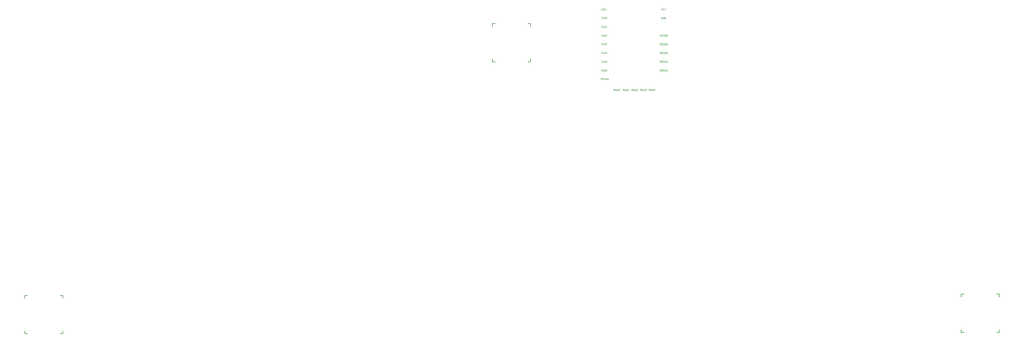
<source format=gbr>
G04 #@! TF.GenerationSoftware,KiCad,Pcbnew,7.0.9*
G04 #@! TF.CreationDate,2024-04-06T13:59:54+09:00*
G04 #@! TF.ProjectId,avain,61766169-6e2e-46b6-9963-61645f706362,rev?*
G04 #@! TF.SameCoordinates,Original*
G04 #@! TF.FileFunction,Legend,Top*
G04 #@! TF.FilePolarity,Positive*
%FSLAX46Y46*%
G04 Gerber Fmt 4.6, Leading zero omitted, Abs format (unit mm)*
G04 Created by KiCad (PCBNEW 7.0.9) date 2024-04-06 13:59:54*
%MOMM*%
%LPD*%
G01*
G04 APERTURE LIST*
%ADD10C,0.100000*%
%ADD11C,0.150000*%
G04 APERTURE END LIST*
D10*
X209234649Y-41433622D02*
X209067983Y-41195527D01*
X208948935Y-41433622D02*
X208948935Y-40933622D01*
X208948935Y-40933622D02*
X209139411Y-40933622D01*
X209139411Y-40933622D02*
X209187030Y-40957432D01*
X209187030Y-40957432D02*
X209210840Y-40981241D01*
X209210840Y-40981241D02*
X209234649Y-41028860D01*
X209234649Y-41028860D02*
X209234649Y-41100289D01*
X209234649Y-41100289D02*
X209210840Y-41147908D01*
X209210840Y-41147908D02*
X209187030Y-41171717D01*
X209187030Y-41171717D02*
X209139411Y-41195527D01*
X209139411Y-41195527D02*
X208948935Y-41195527D01*
X209520364Y-41433622D02*
X209472745Y-41409813D01*
X209472745Y-41409813D02*
X209448935Y-41386003D01*
X209448935Y-41386003D02*
X209425126Y-41338384D01*
X209425126Y-41338384D02*
X209425126Y-41195527D01*
X209425126Y-41195527D02*
X209448935Y-41147908D01*
X209448935Y-41147908D02*
X209472745Y-41124098D01*
X209472745Y-41124098D02*
X209520364Y-41100289D01*
X209520364Y-41100289D02*
X209591792Y-41100289D01*
X209591792Y-41100289D02*
X209639411Y-41124098D01*
X209639411Y-41124098D02*
X209663221Y-41147908D01*
X209663221Y-41147908D02*
X209687030Y-41195527D01*
X209687030Y-41195527D02*
X209687030Y-41338384D01*
X209687030Y-41338384D02*
X209663221Y-41386003D01*
X209663221Y-41386003D02*
X209639411Y-41409813D01*
X209639411Y-41409813D02*
X209591792Y-41433622D01*
X209591792Y-41433622D02*
X209520364Y-41433622D01*
X209853697Y-41100289D02*
X209948935Y-41433622D01*
X209948935Y-41433622D02*
X210044173Y-41195527D01*
X210044173Y-41195527D02*
X210139411Y-41433622D01*
X210139411Y-41433622D02*
X210234649Y-41100289D01*
X210377507Y-40933622D02*
X210687031Y-40933622D01*
X210687031Y-40933622D02*
X210520364Y-41124098D01*
X210520364Y-41124098D02*
X210591793Y-41124098D01*
X210591793Y-41124098D02*
X210639412Y-41147908D01*
X210639412Y-41147908D02*
X210663221Y-41171717D01*
X210663221Y-41171717D02*
X210687031Y-41219336D01*
X210687031Y-41219336D02*
X210687031Y-41338384D01*
X210687031Y-41338384D02*
X210663221Y-41386003D01*
X210663221Y-41386003D02*
X210639412Y-41409813D01*
X210639412Y-41409813D02*
X210591793Y-41433622D01*
X210591793Y-41433622D02*
X210448936Y-41433622D01*
X210448936Y-41433622D02*
X210401317Y-41409813D01*
X210401317Y-41409813D02*
X210377507Y-41386003D01*
X214980532Y-25600616D02*
X214813866Y-25362521D01*
X214694818Y-25600616D02*
X214694818Y-25100616D01*
X214694818Y-25100616D02*
X214885294Y-25100616D01*
X214885294Y-25100616D02*
X214932913Y-25124426D01*
X214932913Y-25124426D02*
X214956723Y-25148235D01*
X214956723Y-25148235D02*
X214980532Y-25195854D01*
X214980532Y-25195854D02*
X214980532Y-25267283D01*
X214980532Y-25267283D02*
X214956723Y-25314902D01*
X214956723Y-25314902D02*
X214932913Y-25338711D01*
X214932913Y-25338711D02*
X214885294Y-25362521D01*
X214885294Y-25362521D02*
X214694818Y-25362521D01*
X215194818Y-25338711D02*
X215361485Y-25338711D01*
X215432913Y-25600616D02*
X215194818Y-25600616D01*
X215194818Y-25600616D02*
X215194818Y-25100616D01*
X215194818Y-25100616D02*
X215432913Y-25100616D01*
X215742437Y-25100616D02*
X215790056Y-25100616D01*
X215790056Y-25100616D02*
X215837675Y-25124426D01*
X215837675Y-25124426D02*
X215861485Y-25148235D01*
X215861485Y-25148235D02*
X215885294Y-25195854D01*
X215885294Y-25195854D02*
X215909104Y-25291092D01*
X215909104Y-25291092D02*
X215909104Y-25410140D01*
X215909104Y-25410140D02*
X215885294Y-25505378D01*
X215885294Y-25505378D02*
X215861485Y-25552997D01*
X215861485Y-25552997D02*
X215837675Y-25576807D01*
X215837675Y-25576807D02*
X215790056Y-25600616D01*
X215790056Y-25600616D02*
X215742437Y-25600616D01*
X215742437Y-25600616D02*
X215694818Y-25576807D01*
X215694818Y-25576807D02*
X215671009Y-25552997D01*
X215671009Y-25552997D02*
X215647199Y-25505378D01*
X215647199Y-25505378D02*
X215623390Y-25410140D01*
X215623390Y-25410140D02*
X215623390Y-25291092D01*
X215623390Y-25291092D02*
X215647199Y-25195854D01*
X215647199Y-25195854D02*
X215671009Y-25148235D01*
X215671009Y-25148235D02*
X215694818Y-25124426D01*
X215694818Y-25124426D02*
X215742437Y-25100616D01*
X216075770Y-25100616D02*
X216385294Y-25100616D01*
X216385294Y-25100616D02*
X216218627Y-25291092D01*
X216218627Y-25291092D02*
X216290056Y-25291092D01*
X216290056Y-25291092D02*
X216337675Y-25314902D01*
X216337675Y-25314902D02*
X216361484Y-25338711D01*
X216361484Y-25338711D02*
X216385294Y-25386330D01*
X216385294Y-25386330D02*
X216385294Y-25505378D01*
X216385294Y-25505378D02*
X216361484Y-25552997D01*
X216361484Y-25552997D02*
X216337675Y-25576807D01*
X216337675Y-25576807D02*
X216290056Y-25600616D01*
X216290056Y-25600616D02*
X216147199Y-25600616D01*
X216147199Y-25600616D02*
X216099580Y-25576807D01*
X216099580Y-25576807D02*
X216075770Y-25552997D01*
X216599579Y-25600616D02*
X216599579Y-25100616D01*
X216599579Y-25291092D02*
X216647198Y-25267283D01*
X216647198Y-25267283D02*
X216742436Y-25267283D01*
X216742436Y-25267283D02*
X216790055Y-25291092D01*
X216790055Y-25291092D02*
X216813865Y-25314902D01*
X216813865Y-25314902D02*
X216837674Y-25362521D01*
X216837674Y-25362521D02*
X216837674Y-25505378D01*
X216837674Y-25505378D02*
X216813865Y-25552997D01*
X216813865Y-25552997D02*
X216790055Y-25576807D01*
X216790055Y-25576807D02*
X216742436Y-25600616D01*
X216742436Y-25600616D02*
X216647198Y-25600616D01*
X216647198Y-25600616D02*
X216599579Y-25576807D01*
X214969242Y-28152056D02*
X214802576Y-27913961D01*
X214683528Y-28152056D02*
X214683528Y-27652056D01*
X214683528Y-27652056D02*
X214874004Y-27652056D01*
X214874004Y-27652056D02*
X214921623Y-27675866D01*
X214921623Y-27675866D02*
X214945433Y-27699675D01*
X214945433Y-27699675D02*
X214969242Y-27747294D01*
X214969242Y-27747294D02*
X214969242Y-27818723D01*
X214969242Y-27818723D02*
X214945433Y-27866342D01*
X214945433Y-27866342D02*
X214921623Y-27890151D01*
X214921623Y-27890151D02*
X214874004Y-27913961D01*
X214874004Y-27913961D02*
X214683528Y-27913961D01*
X215183528Y-27890151D02*
X215350195Y-27890151D01*
X215421623Y-28152056D02*
X215183528Y-28152056D01*
X215183528Y-28152056D02*
X215183528Y-27652056D01*
X215183528Y-27652056D02*
X215421623Y-27652056D01*
X215731147Y-27652056D02*
X215778766Y-27652056D01*
X215778766Y-27652056D02*
X215826385Y-27675866D01*
X215826385Y-27675866D02*
X215850195Y-27699675D01*
X215850195Y-27699675D02*
X215874004Y-27747294D01*
X215874004Y-27747294D02*
X215897814Y-27842532D01*
X215897814Y-27842532D02*
X215897814Y-27961580D01*
X215897814Y-27961580D02*
X215874004Y-28056818D01*
X215874004Y-28056818D02*
X215850195Y-28104437D01*
X215850195Y-28104437D02*
X215826385Y-28128247D01*
X215826385Y-28128247D02*
X215778766Y-28152056D01*
X215778766Y-28152056D02*
X215731147Y-28152056D01*
X215731147Y-28152056D02*
X215683528Y-28128247D01*
X215683528Y-28128247D02*
X215659719Y-28104437D01*
X215659719Y-28104437D02*
X215635909Y-28056818D01*
X215635909Y-28056818D02*
X215612100Y-27961580D01*
X215612100Y-27961580D02*
X215612100Y-27842532D01*
X215612100Y-27842532D02*
X215635909Y-27747294D01*
X215635909Y-27747294D02*
X215659719Y-27699675D01*
X215659719Y-27699675D02*
X215683528Y-27675866D01*
X215683528Y-27675866D02*
X215731147Y-27652056D01*
X216064480Y-27652056D02*
X216374004Y-27652056D01*
X216374004Y-27652056D02*
X216207337Y-27842532D01*
X216207337Y-27842532D02*
X216278766Y-27842532D01*
X216278766Y-27842532D02*
X216326385Y-27866342D01*
X216326385Y-27866342D02*
X216350194Y-27890151D01*
X216350194Y-27890151D02*
X216374004Y-27937770D01*
X216374004Y-27937770D02*
X216374004Y-28056818D01*
X216374004Y-28056818D02*
X216350194Y-28104437D01*
X216350194Y-28104437D02*
X216326385Y-28128247D01*
X216326385Y-28128247D02*
X216278766Y-28152056D01*
X216278766Y-28152056D02*
X216135909Y-28152056D01*
X216135909Y-28152056D02*
X216088290Y-28128247D01*
X216088290Y-28128247D02*
X216064480Y-28104437D01*
X216802575Y-28152056D02*
X216802575Y-27890151D01*
X216802575Y-27890151D02*
X216778765Y-27842532D01*
X216778765Y-27842532D02*
X216731146Y-27818723D01*
X216731146Y-27818723D02*
X216635908Y-27818723D01*
X216635908Y-27818723D02*
X216588289Y-27842532D01*
X216802575Y-28128247D02*
X216754956Y-28152056D01*
X216754956Y-28152056D02*
X216635908Y-28152056D01*
X216635908Y-28152056D02*
X216588289Y-28128247D01*
X216588289Y-28128247D02*
X216564480Y-28080627D01*
X216564480Y-28080627D02*
X216564480Y-28033008D01*
X216564480Y-28033008D02*
X216588289Y-27985389D01*
X216588289Y-27985389D02*
X216635908Y-27961580D01*
X216635908Y-27961580D02*
X216754956Y-27961580D01*
X216754956Y-27961580D02*
X216802575Y-27937770D01*
X206684649Y-41433622D02*
X206517983Y-41195527D01*
X206398935Y-41433622D02*
X206398935Y-40933622D01*
X206398935Y-40933622D02*
X206589411Y-40933622D01*
X206589411Y-40933622D02*
X206637030Y-40957432D01*
X206637030Y-40957432D02*
X206660840Y-40981241D01*
X206660840Y-40981241D02*
X206684649Y-41028860D01*
X206684649Y-41028860D02*
X206684649Y-41100289D01*
X206684649Y-41100289D02*
X206660840Y-41147908D01*
X206660840Y-41147908D02*
X206637030Y-41171717D01*
X206637030Y-41171717D02*
X206589411Y-41195527D01*
X206589411Y-41195527D02*
X206398935Y-41195527D01*
X206970364Y-41433622D02*
X206922745Y-41409813D01*
X206922745Y-41409813D02*
X206898935Y-41386003D01*
X206898935Y-41386003D02*
X206875126Y-41338384D01*
X206875126Y-41338384D02*
X206875126Y-41195527D01*
X206875126Y-41195527D02*
X206898935Y-41147908D01*
X206898935Y-41147908D02*
X206922745Y-41124098D01*
X206922745Y-41124098D02*
X206970364Y-41100289D01*
X206970364Y-41100289D02*
X207041792Y-41100289D01*
X207041792Y-41100289D02*
X207089411Y-41124098D01*
X207089411Y-41124098D02*
X207113221Y-41147908D01*
X207113221Y-41147908D02*
X207137030Y-41195527D01*
X207137030Y-41195527D02*
X207137030Y-41338384D01*
X207137030Y-41338384D02*
X207113221Y-41386003D01*
X207113221Y-41386003D02*
X207089411Y-41409813D01*
X207089411Y-41409813D02*
X207041792Y-41433622D01*
X207041792Y-41433622D02*
X206970364Y-41433622D01*
X207303697Y-41100289D02*
X207398935Y-41433622D01*
X207398935Y-41433622D02*
X207494173Y-41195527D01*
X207494173Y-41195527D02*
X207589411Y-41433622D01*
X207589411Y-41433622D02*
X207684649Y-41100289D01*
X207851317Y-40981241D02*
X207875126Y-40957432D01*
X207875126Y-40957432D02*
X207922745Y-40933622D01*
X207922745Y-40933622D02*
X208041793Y-40933622D01*
X208041793Y-40933622D02*
X208089412Y-40957432D01*
X208089412Y-40957432D02*
X208113221Y-40981241D01*
X208113221Y-40981241D02*
X208137031Y-41028860D01*
X208137031Y-41028860D02*
X208137031Y-41076479D01*
X208137031Y-41076479D02*
X208113221Y-41147908D01*
X208113221Y-41147908D02*
X207827507Y-41433622D01*
X207827507Y-41433622D02*
X208137031Y-41433622D01*
X197896922Y-18022199D02*
X197658827Y-18022199D01*
X197658827Y-18022199D02*
X197658827Y-17522199D01*
X198063589Y-17760294D02*
X198230256Y-17760294D01*
X198301684Y-18022199D02*
X198063589Y-18022199D01*
X198063589Y-18022199D02*
X198063589Y-17522199D01*
X198063589Y-17522199D02*
X198301684Y-17522199D01*
X198515970Y-18022199D02*
X198515970Y-17522199D01*
X198515970Y-17522199D02*
X198635018Y-17522199D01*
X198635018Y-17522199D02*
X198706446Y-17546009D01*
X198706446Y-17546009D02*
X198754065Y-17593628D01*
X198754065Y-17593628D02*
X198777875Y-17641247D01*
X198777875Y-17641247D02*
X198801684Y-17736485D01*
X198801684Y-17736485D02*
X198801684Y-17807913D01*
X198801684Y-17807913D02*
X198777875Y-17903151D01*
X198777875Y-17903151D02*
X198754065Y-17950770D01*
X198754065Y-17950770D02*
X198706446Y-17998390D01*
X198706446Y-17998390D02*
X198635018Y-18022199D01*
X198635018Y-18022199D02*
X198515970Y-18022199D01*
X201484649Y-41433622D02*
X201317983Y-41195527D01*
X201198935Y-41433622D02*
X201198935Y-40933622D01*
X201198935Y-40933622D02*
X201389411Y-40933622D01*
X201389411Y-40933622D02*
X201437030Y-40957432D01*
X201437030Y-40957432D02*
X201460840Y-40981241D01*
X201460840Y-40981241D02*
X201484649Y-41028860D01*
X201484649Y-41028860D02*
X201484649Y-41100289D01*
X201484649Y-41100289D02*
X201460840Y-41147908D01*
X201460840Y-41147908D02*
X201437030Y-41171717D01*
X201437030Y-41171717D02*
X201389411Y-41195527D01*
X201389411Y-41195527D02*
X201198935Y-41195527D01*
X201770364Y-41433622D02*
X201722745Y-41409813D01*
X201722745Y-41409813D02*
X201698935Y-41386003D01*
X201698935Y-41386003D02*
X201675126Y-41338384D01*
X201675126Y-41338384D02*
X201675126Y-41195527D01*
X201675126Y-41195527D02*
X201698935Y-41147908D01*
X201698935Y-41147908D02*
X201722745Y-41124098D01*
X201722745Y-41124098D02*
X201770364Y-41100289D01*
X201770364Y-41100289D02*
X201841792Y-41100289D01*
X201841792Y-41100289D02*
X201889411Y-41124098D01*
X201889411Y-41124098D02*
X201913221Y-41147908D01*
X201913221Y-41147908D02*
X201937030Y-41195527D01*
X201937030Y-41195527D02*
X201937030Y-41338384D01*
X201937030Y-41338384D02*
X201913221Y-41386003D01*
X201913221Y-41386003D02*
X201889411Y-41409813D01*
X201889411Y-41409813D02*
X201841792Y-41433622D01*
X201841792Y-41433622D02*
X201770364Y-41433622D01*
X202103697Y-41100289D02*
X202198935Y-41433622D01*
X202198935Y-41433622D02*
X202294173Y-41195527D01*
X202294173Y-41195527D02*
X202389411Y-41433622D01*
X202389411Y-41433622D02*
X202484649Y-41100289D01*
X202770364Y-40933622D02*
X202817983Y-40933622D01*
X202817983Y-40933622D02*
X202865602Y-40957432D01*
X202865602Y-40957432D02*
X202889412Y-40981241D01*
X202889412Y-40981241D02*
X202913221Y-41028860D01*
X202913221Y-41028860D02*
X202937031Y-41124098D01*
X202937031Y-41124098D02*
X202937031Y-41243146D01*
X202937031Y-41243146D02*
X202913221Y-41338384D01*
X202913221Y-41338384D02*
X202889412Y-41386003D01*
X202889412Y-41386003D02*
X202865602Y-41409813D01*
X202865602Y-41409813D02*
X202817983Y-41433622D01*
X202817983Y-41433622D02*
X202770364Y-41433622D01*
X202770364Y-41433622D02*
X202722745Y-41409813D01*
X202722745Y-41409813D02*
X202698936Y-41386003D01*
X202698936Y-41386003D02*
X202675126Y-41338384D01*
X202675126Y-41338384D02*
X202651317Y-41243146D01*
X202651317Y-41243146D02*
X202651317Y-41124098D01*
X202651317Y-41124098D02*
X202675126Y-41028860D01*
X202675126Y-41028860D02*
X202698936Y-40981241D01*
X202698936Y-40981241D02*
X202722745Y-40957432D01*
X202722745Y-40957432D02*
X202770364Y-40933622D01*
X197943084Y-23011292D02*
X197919275Y-23035102D01*
X197919275Y-23035102D02*
X197847846Y-23058911D01*
X197847846Y-23058911D02*
X197800227Y-23058911D01*
X197800227Y-23058911D02*
X197728799Y-23035102D01*
X197728799Y-23035102D02*
X197681180Y-22987482D01*
X197681180Y-22987482D02*
X197657370Y-22939863D01*
X197657370Y-22939863D02*
X197633561Y-22844625D01*
X197633561Y-22844625D02*
X197633561Y-22773197D01*
X197633561Y-22773197D02*
X197657370Y-22677959D01*
X197657370Y-22677959D02*
X197681180Y-22630340D01*
X197681180Y-22630340D02*
X197728799Y-22582721D01*
X197728799Y-22582721D02*
X197800227Y-22558911D01*
X197800227Y-22558911D02*
X197847846Y-22558911D01*
X197847846Y-22558911D02*
X197919275Y-22582721D01*
X197919275Y-22582721D02*
X197943084Y-22606530D01*
X198228799Y-23058911D02*
X198181180Y-23035102D01*
X198181180Y-23035102D02*
X198157370Y-23011292D01*
X198157370Y-23011292D02*
X198133561Y-22963673D01*
X198133561Y-22963673D02*
X198133561Y-22820816D01*
X198133561Y-22820816D02*
X198157370Y-22773197D01*
X198157370Y-22773197D02*
X198181180Y-22749387D01*
X198181180Y-22749387D02*
X198228799Y-22725578D01*
X198228799Y-22725578D02*
X198300227Y-22725578D01*
X198300227Y-22725578D02*
X198347846Y-22749387D01*
X198347846Y-22749387D02*
X198371656Y-22773197D01*
X198371656Y-22773197D02*
X198395465Y-22820816D01*
X198395465Y-22820816D02*
X198395465Y-22963673D01*
X198395465Y-22963673D02*
X198371656Y-23011292D01*
X198371656Y-23011292D02*
X198347846Y-23035102D01*
X198347846Y-23035102D02*
X198300227Y-23058911D01*
X198300227Y-23058911D02*
X198228799Y-23058911D01*
X198681180Y-23058911D02*
X198633561Y-23035102D01*
X198633561Y-23035102D02*
X198609751Y-22987482D01*
X198609751Y-22987482D02*
X198609751Y-22558911D01*
X199133561Y-23058911D02*
X198847847Y-23058911D01*
X198990704Y-23058911D02*
X198990704Y-22558911D01*
X198990704Y-22558911D02*
X198943085Y-22630340D01*
X198943085Y-22630340D02*
X198895466Y-22677959D01*
X198895466Y-22677959D02*
X198847847Y-22701768D01*
X197712699Y-38283625D02*
X197546033Y-38045530D01*
X197426985Y-38283625D02*
X197426985Y-37783625D01*
X197426985Y-37783625D02*
X197617461Y-37783625D01*
X197617461Y-37783625D02*
X197665080Y-37807435D01*
X197665080Y-37807435D02*
X197688890Y-37831244D01*
X197688890Y-37831244D02*
X197712699Y-37878863D01*
X197712699Y-37878863D02*
X197712699Y-37950292D01*
X197712699Y-37950292D02*
X197688890Y-37997911D01*
X197688890Y-37997911D02*
X197665080Y-38021720D01*
X197665080Y-38021720D02*
X197617461Y-38045530D01*
X197617461Y-38045530D02*
X197426985Y-38045530D01*
X197926985Y-38021720D02*
X198093652Y-38021720D01*
X198165080Y-38283625D02*
X197926985Y-38283625D01*
X197926985Y-38283625D02*
X197926985Y-37783625D01*
X197926985Y-37783625D02*
X198165080Y-37783625D01*
X198474604Y-37783625D02*
X198522223Y-37783625D01*
X198522223Y-37783625D02*
X198569842Y-37807435D01*
X198569842Y-37807435D02*
X198593652Y-37831244D01*
X198593652Y-37831244D02*
X198617461Y-37878863D01*
X198617461Y-37878863D02*
X198641271Y-37974101D01*
X198641271Y-37974101D02*
X198641271Y-38093149D01*
X198641271Y-38093149D02*
X198617461Y-38188387D01*
X198617461Y-38188387D02*
X198593652Y-38236006D01*
X198593652Y-38236006D02*
X198569842Y-38259816D01*
X198569842Y-38259816D02*
X198522223Y-38283625D01*
X198522223Y-38283625D02*
X198474604Y-38283625D01*
X198474604Y-38283625D02*
X198426985Y-38259816D01*
X198426985Y-38259816D02*
X198403176Y-38236006D01*
X198403176Y-38236006D02*
X198379366Y-38188387D01*
X198379366Y-38188387D02*
X198355557Y-38093149D01*
X198355557Y-38093149D02*
X198355557Y-37974101D01*
X198355557Y-37974101D02*
X198379366Y-37878863D01*
X198379366Y-37878863D02*
X198403176Y-37831244D01*
X198403176Y-37831244D02*
X198426985Y-37807435D01*
X198426985Y-37807435D02*
X198474604Y-37783625D01*
X199117461Y-38283625D02*
X198831747Y-38283625D01*
X198974604Y-38283625D02*
X198974604Y-37783625D01*
X198974604Y-37783625D02*
X198926985Y-37855054D01*
X198926985Y-37855054D02*
X198879366Y-37902673D01*
X198879366Y-37902673D02*
X198831747Y-37926482D01*
X199546032Y-38283625D02*
X199546032Y-38021720D01*
X199546032Y-38021720D02*
X199522222Y-37974101D01*
X199522222Y-37974101D02*
X199474603Y-37950292D01*
X199474603Y-37950292D02*
X199379365Y-37950292D01*
X199379365Y-37950292D02*
X199331746Y-37974101D01*
X199546032Y-38259816D02*
X199498413Y-38283625D01*
X199498413Y-38283625D02*
X199379365Y-38283625D01*
X199379365Y-38283625D02*
X199331746Y-38259816D01*
X199331746Y-38259816D02*
X199307937Y-38212196D01*
X199307937Y-38212196D02*
X199307937Y-38164577D01*
X199307937Y-38164577D02*
X199331746Y-38116958D01*
X199331746Y-38116958D02*
X199379365Y-38093149D01*
X199379365Y-38093149D02*
X199498413Y-38093149D01*
X199498413Y-38093149D02*
X199546032Y-38069339D01*
X197925283Y-25556794D02*
X197901474Y-25580604D01*
X197901474Y-25580604D02*
X197830045Y-25604413D01*
X197830045Y-25604413D02*
X197782426Y-25604413D01*
X197782426Y-25604413D02*
X197710998Y-25580604D01*
X197710998Y-25580604D02*
X197663379Y-25532984D01*
X197663379Y-25532984D02*
X197639569Y-25485365D01*
X197639569Y-25485365D02*
X197615760Y-25390127D01*
X197615760Y-25390127D02*
X197615760Y-25318699D01*
X197615760Y-25318699D02*
X197639569Y-25223461D01*
X197639569Y-25223461D02*
X197663379Y-25175842D01*
X197663379Y-25175842D02*
X197710998Y-25128223D01*
X197710998Y-25128223D02*
X197782426Y-25104413D01*
X197782426Y-25104413D02*
X197830045Y-25104413D01*
X197830045Y-25104413D02*
X197901474Y-25128223D01*
X197901474Y-25128223D02*
X197925283Y-25152032D01*
X198210998Y-25604413D02*
X198163379Y-25580604D01*
X198163379Y-25580604D02*
X198139569Y-25556794D01*
X198139569Y-25556794D02*
X198115760Y-25509175D01*
X198115760Y-25509175D02*
X198115760Y-25366318D01*
X198115760Y-25366318D02*
X198139569Y-25318699D01*
X198139569Y-25318699D02*
X198163379Y-25294889D01*
X198163379Y-25294889D02*
X198210998Y-25271080D01*
X198210998Y-25271080D02*
X198282426Y-25271080D01*
X198282426Y-25271080D02*
X198330045Y-25294889D01*
X198330045Y-25294889D02*
X198353855Y-25318699D01*
X198353855Y-25318699D02*
X198377664Y-25366318D01*
X198377664Y-25366318D02*
X198377664Y-25509175D01*
X198377664Y-25509175D02*
X198353855Y-25556794D01*
X198353855Y-25556794D02*
X198330045Y-25580604D01*
X198330045Y-25580604D02*
X198282426Y-25604413D01*
X198282426Y-25604413D02*
X198210998Y-25604413D01*
X198663379Y-25604413D02*
X198615760Y-25580604D01*
X198615760Y-25580604D02*
X198591950Y-25532984D01*
X198591950Y-25532984D02*
X198591950Y-25104413D01*
X198830046Y-25152032D02*
X198853855Y-25128223D01*
X198853855Y-25128223D02*
X198901474Y-25104413D01*
X198901474Y-25104413D02*
X199020522Y-25104413D01*
X199020522Y-25104413D02*
X199068141Y-25128223D01*
X199068141Y-25128223D02*
X199091950Y-25152032D01*
X199091950Y-25152032D02*
X199115760Y-25199651D01*
X199115760Y-25199651D02*
X199115760Y-25247270D01*
X199115760Y-25247270D02*
X199091950Y-25318699D01*
X199091950Y-25318699D02*
X198806236Y-25604413D01*
X198806236Y-25604413D02*
X199115760Y-25604413D01*
X204134649Y-41433622D02*
X203967983Y-41195527D01*
X203848935Y-41433622D02*
X203848935Y-40933622D01*
X203848935Y-40933622D02*
X204039411Y-40933622D01*
X204039411Y-40933622D02*
X204087030Y-40957432D01*
X204087030Y-40957432D02*
X204110840Y-40981241D01*
X204110840Y-40981241D02*
X204134649Y-41028860D01*
X204134649Y-41028860D02*
X204134649Y-41100289D01*
X204134649Y-41100289D02*
X204110840Y-41147908D01*
X204110840Y-41147908D02*
X204087030Y-41171717D01*
X204087030Y-41171717D02*
X204039411Y-41195527D01*
X204039411Y-41195527D02*
X203848935Y-41195527D01*
X204420364Y-41433622D02*
X204372745Y-41409813D01*
X204372745Y-41409813D02*
X204348935Y-41386003D01*
X204348935Y-41386003D02*
X204325126Y-41338384D01*
X204325126Y-41338384D02*
X204325126Y-41195527D01*
X204325126Y-41195527D02*
X204348935Y-41147908D01*
X204348935Y-41147908D02*
X204372745Y-41124098D01*
X204372745Y-41124098D02*
X204420364Y-41100289D01*
X204420364Y-41100289D02*
X204491792Y-41100289D01*
X204491792Y-41100289D02*
X204539411Y-41124098D01*
X204539411Y-41124098D02*
X204563221Y-41147908D01*
X204563221Y-41147908D02*
X204587030Y-41195527D01*
X204587030Y-41195527D02*
X204587030Y-41338384D01*
X204587030Y-41338384D02*
X204563221Y-41386003D01*
X204563221Y-41386003D02*
X204539411Y-41409813D01*
X204539411Y-41409813D02*
X204491792Y-41433622D01*
X204491792Y-41433622D02*
X204420364Y-41433622D01*
X204753697Y-41100289D02*
X204848935Y-41433622D01*
X204848935Y-41433622D02*
X204944173Y-41195527D01*
X204944173Y-41195527D02*
X205039411Y-41433622D01*
X205039411Y-41433622D02*
X205134649Y-41100289D01*
X205587031Y-41433622D02*
X205301317Y-41433622D01*
X205444174Y-41433622D02*
X205444174Y-40933622D01*
X205444174Y-40933622D02*
X205396555Y-41005051D01*
X205396555Y-41005051D02*
X205348936Y-41052670D01*
X205348936Y-41052670D02*
X205301317Y-41076479D01*
X214946663Y-35772506D02*
X214779997Y-35534411D01*
X214660949Y-35772506D02*
X214660949Y-35272506D01*
X214660949Y-35272506D02*
X214851425Y-35272506D01*
X214851425Y-35272506D02*
X214899044Y-35296316D01*
X214899044Y-35296316D02*
X214922854Y-35320125D01*
X214922854Y-35320125D02*
X214946663Y-35367744D01*
X214946663Y-35367744D02*
X214946663Y-35439173D01*
X214946663Y-35439173D02*
X214922854Y-35486792D01*
X214922854Y-35486792D02*
X214899044Y-35510601D01*
X214899044Y-35510601D02*
X214851425Y-35534411D01*
X214851425Y-35534411D02*
X214660949Y-35534411D01*
X215160949Y-35510601D02*
X215327616Y-35510601D01*
X215399044Y-35772506D02*
X215160949Y-35772506D01*
X215160949Y-35772506D02*
X215160949Y-35272506D01*
X215160949Y-35272506D02*
X215399044Y-35272506D01*
X215708568Y-35272506D02*
X215756187Y-35272506D01*
X215756187Y-35272506D02*
X215803806Y-35296316D01*
X215803806Y-35296316D02*
X215827616Y-35320125D01*
X215827616Y-35320125D02*
X215851425Y-35367744D01*
X215851425Y-35367744D02*
X215875235Y-35462982D01*
X215875235Y-35462982D02*
X215875235Y-35582030D01*
X215875235Y-35582030D02*
X215851425Y-35677268D01*
X215851425Y-35677268D02*
X215827616Y-35724887D01*
X215827616Y-35724887D02*
X215803806Y-35748697D01*
X215803806Y-35748697D02*
X215756187Y-35772506D01*
X215756187Y-35772506D02*
X215708568Y-35772506D01*
X215708568Y-35772506D02*
X215660949Y-35748697D01*
X215660949Y-35748697D02*
X215637140Y-35724887D01*
X215637140Y-35724887D02*
X215613330Y-35677268D01*
X215613330Y-35677268D02*
X215589521Y-35582030D01*
X215589521Y-35582030D02*
X215589521Y-35462982D01*
X215589521Y-35462982D02*
X215613330Y-35367744D01*
X215613330Y-35367744D02*
X215637140Y-35320125D01*
X215637140Y-35320125D02*
X215660949Y-35296316D01*
X215660949Y-35296316D02*
X215708568Y-35272506D01*
X216351425Y-35772506D02*
X216065711Y-35772506D01*
X216208568Y-35772506D02*
X216208568Y-35272506D01*
X216208568Y-35272506D02*
X216160949Y-35343935D01*
X216160949Y-35343935D02*
X216113330Y-35391554D01*
X216113330Y-35391554D02*
X216065711Y-35415363D01*
X216565710Y-35772506D02*
X216565710Y-35272506D01*
X216565710Y-35462982D02*
X216613329Y-35439173D01*
X216613329Y-35439173D02*
X216708567Y-35439173D01*
X216708567Y-35439173D02*
X216756186Y-35462982D01*
X216756186Y-35462982D02*
X216779996Y-35486792D01*
X216779996Y-35486792D02*
X216803805Y-35534411D01*
X216803805Y-35534411D02*
X216803805Y-35677268D01*
X216803805Y-35677268D02*
X216779996Y-35724887D01*
X216779996Y-35724887D02*
X216756186Y-35748697D01*
X216756186Y-35748697D02*
X216708567Y-35772506D01*
X216708567Y-35772506D02*
X216613329Y-35772506D01*
X216613329Y-35772506D02*
X216565710Y-35748697D01*
X197935337Y-35708410D02*
X197911528Y-35732220D01*
X197911528Y-35732220D02*
X197840099Y-35756029D01*
X197840099Y-35756029D02*
X197792480Y-35756029D01*
X197792480Y-35756029D02*
X197721052Y-35732220D01*
X197721052Y-35732220D02*
X197673433Y-35684600D01*
X197673433Y-35684600D02*
X197649623Y-35636981D01*
X197649623Y-35636981D02*
X197625814Y-35541743D01*
X197625814Y-35541743D02*
X197625814Y-35470315D01*
X197625814Y-35470315D02*
X197649623Y-35375077D01*
X197649623Y-35375077D02*
X197673433Y-35327458D01*
X197673433Y-35327458D02*
X197721052Y-35279839D01*
X197721052Y-35279839D02*
X197792480Y-35256029D01*
X197792480Y-35256029D02*
X197840099Y-35256029D01*
X197840099Y-35256029D02*
X197911528Y-35279839D01*
X197911528Y-35279839D02*
X197935337Y-35303648D01*
X198221052Y-35756029D02*
X198173433Y-35732220D01*
X198173433Y-35732220D02*
X198149623Y-35708410D01*
X198149623Y-35708410D02*
X198125814Y-35660791D01*
X198125814Y-35660791D02*
X198125814Y-35517934D01*
X198125814Y-35517934D02*
X198149623Y-35470315D01*
X198149623Y-35470315D02*
X198173433Y-35446505D01*
X198173433Y-35446505D02*
X198221052Y-35422696D01*
X198221052Y-35422696D02*
X198292480Y-35422696D01*
X198292480Y-35422696D02*
X198340099Y-35446505D01*
X198340099Y-35446505D02*
X198363909Y-35470315D01*
X198363909Y-35470315D02*
X198387718Y-35517934D01*
X198387718Y-35517934D02*
X198387718Y-35660791D01*
X198387718Y-35660791D02*
X198363909Y-35708410D01*
X198363909Y-35708410D02*
X198340099Y-35732220D01*
X198340099Y-35732220D02*
X198292480Y-35756029D01*
X198292480Y-35756029D02*
X198221052Y-35756029D01*
X198673433Y-35756029D02*
X198625814Y-35732220D01*
X198625814Y-35732220D02*
X198602004Y-35684600D01*
X198602004Y-35684600D02*
X198602004Y-35256029D01*
X199078195Y-35256029D02*
X198982957Y-35256029D01*
X198982957Y-35256029D02*
X198935338Y-35279839D01*
X198935338Y-35279839D02*
X198911528Y-35303648D01*
X198911528Y-35303648D02*
X198863909Y-35375077D01*
X198863909Y-35375077D02*
X198840100Y-35470315D01*
X198840100Y-35470315D02*
X198840100Y-35660791D01*
X198840100Y-35660791D02*
X198863909Y-35708410D01*
X198863909Y-35708410D02*
X198887719Y-35732220D01*
X198887719Y-35732220D02*
X198935338Y-35756029D01*
X198935338Y-35756029D02*
X199030576Y-35756029D01*
X199030576Y-35756029D02*
X199078195Y-35732220D01*
X199078195Y-35732220D02*
X199102004Y-35708410D01*
X199102004Y-35708410D02*
X199125814Y-35660791D01*
X199125814Y-35660791D02*
X199125814Y-35541743D01*
X199125814Y-35541743D02*
X199102004Y-35494124D01*
X199102004Y-35494124D02*
X199078195Y-35470315D01*
X199078195Y-35470315D02*
X199030576Y-35446505D01*
X199030576Y-35446505D02*
X198935338Y-35446505D01*
X198935338Y-35446505D02*
X198887719Y-35470315D01*
X198887719Y-35470315D02*
X198863909Y-35494124D01*
X198863909Y-35494124D02*
X198840100Y-35541743D01*
X214957953Y-33221066D02*
X214791287Y-32982971D01*
X214672239Y-33221066D02*
X214672239Y-32721066D01*
X214672239Y-32721066D02*
X214862715Y-32721066D01*
X214862715Y-32721066D02*
X214910334Y-32744876D01*
X214910334Y-32744876D02*
X214934144Y-32768685D01*
X214934144Y-32768685D02*
X214957953Y-32816304D01*
X214957953Y-32816304D02*
X214957953Y-32887733D01*
X214957953Y-32887733D02*
X214934144Y-32935352D01*
X214934144Y-32935352D02*
X214910334Y-32959161D01*
X214910334Y-32959161D02*
X214862715Y-32982971D01*
X214862715Y-32982971D02*
X214672239Y-32982971D01*
X215172239Y-32959161D02*
X215338906Y-32959161D01*
X215410334Y-33221066D02*
X215172239Y-33221066D01*
X215172239Y-33221066D02*
X215172239Y-32721066D01*
X215172239Y-32721066D02*
X215410334Y-32721066D01*
X215719858Y-32721066D02*
X215767477Y-32721066D01*
X215767477Y-32721066D02*
X215815096Y-32744876D01*
X215815096Y-32744876D02*
X215838906Y-32768685D01*
X215838906Y-32768685D02*
X215862715Y-32816304D01*
X215862715Y-32816304D02*
X215886525Y-32911542D01*
X215886525Y-32911542D02*
X215886525Y-33030590D01*
X215886525Y-33030590D02*
X215862715Y-33125828D01*
X215862715Y-33125828D02*
X215838906Y-33173447D01*
X215838906Y-33173447D02*
X215815096Y-33197257D01*
X215815096Y-33197257D02*
X215767477Y-33221066D01*
X215767477Y-33221066D02*
X215719858Y-33221066D01*
X215719858Y-33221066D02*
X215672239Y-33197257D01*
X215672239Y-33197257D02*
X215648430Y-33173447D01*
X215648430Y-33173447D02*
X215624620Y-33125828D01*
X215624620Y-33125828D02*
X215600811Y-33030590D01*
X215600811Y-33030590D02*
X215600811Y-32911542D01*
X215600811Y-32911542D02*
X215624620Y-32816304D01*
X215624620Y-32816304D02*
X215648430Y-32768685D01*
X215648430Y-32768685D02*
X215672239Y-32744876D01*
X215672239Y-32744876D02*
X215719858Y-32721066D01*
X216077001Y-32768685D02*
X216100810Y-32744876D01*
X216100810Y-32744876D02*
X216148429Y-32721066D01*
X216148429Y-32721066D02*
X216267477Y-32721066D01*
X216267477Y-32721066D02*
X216315096Y-32744876D01*
X216315096Y-32744876D02*
X216338905Y-32768685D01*
X216338905Y-32768685D02*
X216362715Y-32816304D01*
X216362715Y-32816304D02*
X216362715Y-32863923D01*
X216362715Y-32863923D02*
X216338905Y-32935352D01*
X216338905Y-32935352D02*
X216053191Y-33221066D01*
X216053191Y-33221066D02*
X216362715Y-33221066D01*
X216791286Y-33221066D02*
X216791286Y-32959161D01*
X216791286Y-32959161D02*
X216767476Y-32911542D01*
X216767476Y-32911542D02*
X216719857Y-32887733D01*
X216719857Y-32887733D02*
X216624619Y-32887733D01*
X216624619Y-32887733D02*
X216577000Y-32911542D01*
X216791286Y-33197257D02*
X216743667Y-33221066D01*
X216743667Y-33221066D02*
X216624619Y-33221066D01*
X216624619Y-33221066D02*
X216577000Y-33197257D01*
X216577000Y-33197257D02*
X216553191Y-33149637D01*
X216553191Y-33149637D02*
X216553191Y-33102018D01*
X216553191Y-33102018D02*
X216577000Y-33054399D01*
X216577000Y-33054399D02*
X216624619Y-33030590D01*
X216624619Y-33030590D02*
X216743667Y-33030590D01*
X216743667Y-33030590D02*
X216791286Y-33006780D01*
X211734315Y-41433622D02*
X211567649Y-41195527D01*
X211448601Y-41433622D02*
X211448601Y-40933622D01*
X211448601Y-40933622D02*
X211639077Y-40933622D01*
X211639077Y-40933622D02*
X211686696Y-40957432D01*
X211686696Y-40957432D02*
X211710506Y-40981241D01*
X211710506Y-40981241D02*
X211734315Y-41028860D01*
X211734315Y-41028860D02*
X211734315Y-41100289D01*
X211734315Y-41100289D02*
X211710506Y-41147908D01*
X211710506Y-41147908D02*
X211686696Y-41171717D01*
X211686696Y-41171717D02*
X211639077Y-41195527D01*
X211639077Y-41195527D02*
X211448601Y-41195527D01*
X212020030Y-41433622D02*
X211972411Y-41409813D01*
X211972411Y-41409813D02*
X211948601Y-41386003D01*
X211948601Y-41386003D02*
X211924792Y-41338384D01*
X211924792Y-41338384D02*
X211924792Y-41195527D01*
X211924792Y-41195527D02*
X211948601Y-41147908D01*
X211948601Y-41147908D02*
X211972411Y-41124098D01*
X211972411Y-41124098D02*
X212020030Y-41100289D01*
X212020030Y-41100289D02*
X212091458Y-41100289D01*
X212091458Y-41100289D02*
X212139077Y-41124098D01*
X212139077Y-41124098D02*
X212162887Y-41147908D01*
X212162887Y-41147908D02*
X212186696Y-41195527D01*
X212186696Y-41195527D02*
X212186696Y-41338384D01*
X212186696Y-41338384D02*
X212162887Y-41386003D01*
X212162887Y-41386003D02*
X212139077Y-41409813D01*
X212139077Y-41409813D02*
X212091458Y-41433622D01*
X212091458Y-41433622D02*
X212020030Y-41433622D01*
X212353363Y-41100289D02*
X212448601Y-41433622D01*
X212448601Y-41433622D02*
X212543839Y-41195527D01*
X212543839Y-41195527D02*
X212639077Y-41433622D01*
X212639077Y-41433622D02*
X212734315Y-41100289D01*
X213139078Y-41100289D02*
X213139078Y-41433622D01*
X213020030Y-40909813D02*
X212900983Y-41266955D01*
X212900983Y-41266955D02*
X213210506Y-41266955D01*
X197935337Y-28060141D02*
X197911528Y-28083951D01*
X197911528Y-28083951D02*
X197840099Y-28107760D01*
X197840099Y-28107760D02*
X197792480Y-28107760D01*
X197792480Y-28107760D02*
X197721052Y-28083951D01*
X197721052Y-28083951D02*
X197673433Y-28036331D01*
X197673433Y-28036331D02*
X197649623Y-27988712D01*
X197649623Y-27988712D02*
X197625814Y-27893474D01*
X197625814Y-27893474D02*
X197625814Y-27822046D01*
X197625814Y-27822046D02*
X197649623Y-27726808D01*
X197649623Y-27726808D02*
X197673433Y-27679189D01*
X197673433Y-27679189D02*
X197721052Y-27631570D01*
X197721052Y-27631570D02*
X197792480Y-27607760D01*
X197792480Y-27607760D02*
X197840099Y-27607760D01*
X197840099Y-27607760D02*
X197911528Y-27631570D01*
X197911528Y-27631570D02*
X197935337Y-27655379D01*
X198221052Y-28107760D02*
X198173433Y-28083951D01*
X198173433Y-28083951D02*
X198149623Y-28060141D01*
X198149623Y-28060141D02*
X198125814Y-28012522D01*
X198125814Y-28012522D02*
X198125814Y-27869665D01*
X198125814Y-27869665D02*
X198149623Y-27822046D01*
X198149623Y-27822046D02*
X198173433Y-27798236D01*
X198173433Y-27798236D02*
X198221052Y-27774427D01*
X198221052Y-27774427D02*
X198292480Y-27774427D01*
X198292480Y-27774427D02*
X198340099Y-27798236D01*
X198340099Y-27798236D02*
X198363909Y-27822046D01*
X198363909Y-27822046D02*
X198387718Y-27869665D01*
X198387718Y-27869665D02*
X198387718Y-28012522D01*
X198387718Y-28012522D02*
X198363909Y-28060141D01*
X198363909Y-28060141D02*
X198340099Y-28083951D01*
X198340099Y-28083951D02*
X198292480Y-28107760D01*
X198292480Y-28107760D02*
X198221052Y-28107760D01*
X198673433Y-28107760D02*
X198625814Y-28083951D01*
X198625814Y-28083951D02*
X198602004Y-28036331D01*
X198602004Y-28036331D02*
X198602004Y-27607760D01*
X198816290Y-27607760D02*
X199125814Y-27607760D01*
X199125814Y-27607760D02*
X198959147Y-27798236D01*
X198959147Y-27798236D02*
X199030576Y-27798236D01*
X199030576Y-27798236D02*
X199078195Y-27822046D01*
X199078195Y-27822046D02*
X199102004Y-27845855D01*
X199102004Y-27845855D02*
X199125814Y-27893474D01*
X199125814Y-27893474D02*
X199125814Y-28012522D01*
X199125814Y-28012522D02*
X199102004Y-28060141D01*
X199102004Y-28060141D02*
X199078195Y-28083951D01*
X199078195Y-28083951D02*
X199030576Y-28107760D01*
X199030576Y-28107760D02*
X198887719Y-28107760D01*
X198887719Y-28107760D02*
X198840100Y-28083951D01*
X198840100Y-28083951D02*
X198816290Y-28060141D01*
X214969242Y-30692206D02*
X214802576Y-30454111D01*
X214683528Y-30692206D02*
X214683528Y-30192206D01*
X214683528Y-30192206D02*
X214874004Y-30192206D01*
X214874004Y-30192206D02*
X214921623Y-30216016D01*
X214921623Y-30216016D02*
X214945433Y-30239825D01*
X214945433Y-30239825D02*
X214969242Y-30287444D01*
X214969242Y-30287444D02*
X214969242Y-30358873D01*
X214969242Y-30358873D02*
X214945433Y-30406492D01*
X214945433Y-30406492D02*
X214921623Y-30430301D01*
X214921623Y-30430301D02*
X214874004Y-30454111D01*
X214874004Y-30454111D02*
X214683528Y-30454111D01*
X215183528Y-30430301D02*
X215350195Y-30430301D01*
X215421623Y-30692206D02*
X215183528Y-30692206D01*
X215183528Y-30692206D02*
X215183528Y-30192206D01*
X215183528Y-30192206D02*
X215421623Y-30192206D01*
X215731147Y-30192206D02*
X215778766Y-30192206D01*
X215778766Y-30192206D02*
X215826385Y-30216016D01*
X215826385Y-30216016D02*
X215850195Y-30239825D01*
X215850195Y-30239825D02*
X215874004Y-30287444D01*
X215874004Y-30287444D02*
X215897814Y-30382682D01*
X215897814Y-30382682D02*
X215897814Y-30501730D01*
X215897814Y-30501730D02*
X215874004Y-30596968D01*
X215874004Y-30596968D02*
X215850195Y-30644587D01*
X215850195Y-30644587D02*
X215826385Y-30668397D01*
X215826385Y-30668397D02*
X215778766Y-30692206D01*
X215778766Y-30692206D02*
X215731147Y-30692206D01*
X215731147Y-30692206D02*
X215683528Y-30668397D01*
X215683528Y-30668397D02*
X215659719Y-30644587D01*
X215659719Y-30644587D02*
X215635909Y-30596968D01*
X215635909Y-30596968D02*
X215612100Y-30501730D01*
X215612100Y-30501730D02*
X215612100Y-30382682D01*
X215612100Y-30382682D02*
X215635909Y-30287444D01*
X215635909Y-30287444D02*
X215659719Y-30239825D01*
X215659719Y-30239825D02*
X215683528Y-30216016D01*
X215683528Y-30216016D02*
X215731147Y-30192206D01*
X216088290Y-30239825D02*
X216112099Y-30216016D01*
X216112099Y-30216016D02*
X216159718Y-30192206D01*
X216159718Y-30192206D02*
X216278766Y-30192206D01*
X216278766Y-30192206D02*
X216326385Y-30216016D01*
X216326385Y-30216016D02*
X216350194Y-30239825D01*
X216350194Y-30239825D02*
X216374004Y-30287444D01*
X216374004Y-30287444D02*
X216374004Y-30335063D01*
X216374004Y-30335063D02*
X216350194Y-30406492D01*
X216350194Y-30406492D02*
X216064480Y-30692206D01*
X216064480Y-30692206D02*
X216374004Y-30692206D01*
X216588289Y-30692206D02*
X216588289Y-30192206D01*
X216588289Y-30382682D02*
X216635908Y-30358873D01*
X216635908Y-30358873D02*
X216731146Y-30358873D01*
X216731146Y-30358873D02*
X216778765Y-30382682D01*
X216778765Y-30382682D02*
X216802575Y-30406492D01*
X216802575Y-30406492D02*
X216826384Y-30454111D01*
X216826384Y-30454111D02*
X216826384Y-30596968D01*
X216826384Y-30596968D02*
X216802575Y-30644587D01*
X216802575Y-30644587D02*
X216778765Y-30668397D01*
X216778765Y-30668397D02*
X216731146Y-30692206D01*
X216731146Y-30692206D02*
X216635908Y-30692206D01*
X216635908Y-30692206D02*
X216588289Y-30668397D01*
X197948433Y-33180814D02*
X197924624Y-33204624D01*
X197924624Y-33204624D02*
X197853195Y-33228433D01*
X197853195Y-33228433D02*
X197805576Y-33228433D01*
X197805576Y-33228433D02*
X197734148Y-33204624D01*
X197734148Y-33204624D02*
X197686529Y-33157004D01*
X197686529Y-33157004D02*
X197662719Y-33109385D01*
X197662719Y-33109385D02*
X197638910Y-33014147D01*
X197638910Y-33014147D02*
X197638910Y-32942719D01*
X197638910Y-32942719D02*
X197662719Y-32847481D01*
X197662719Y-32847481D02*
X197686529Y-32799862D01*
X197686529Y-32799862D02*
X197734148Y-32752243D01*
X197734148Y-32752243D02*
X197805576Y-32728433D01*
X197805576Y-32728433D02*
X197853195Y-32728433D01*
X197853195Y-32728433D02*
X197924624Y-32752243D01*
X197924624Y-32752243D02*
X197948433Y-32776052D01*
X198234148Y-33228433D02*
X198186529Y-33204624D01*
X198186529Y-33204624D02*
X198162719Y-33180814D01*
X198162719Y-33180814D02*
X198138910Y-33133195D01*
X198138910Y-33133195D02*
X198138910Y-32990338D01*
X198138910Y-32990338D02*
X198162719Y-32942719D01*
X198162719Y-32942719D02*
X198186529Y-32918909D01*
X198186529Y-32918909D02*
X198234148Y-32895100D01*
X198234148Y-32895100D02*
X198305576Y-32895100D01*
X198305576Y-32895100D02*
X198353195Y-32918909D01*
X198353195Y-32918909D02*
X198377005Y-32942719D01*
X198377005Y-32942719D02*
X198400814Y-32990338D01*
X198400814Y-32990338D02*
X198400814Y-33133195D01*
X198400814Y-33133195D02*
X198377005Y-33180814D01*
X198377005Y-33180814D02*
X198353195Y-33204624D01*
X198353195Y-33204624D02*
X198305576Y-33228433D01*
X198305576Y-33228433D02*
X198234148Y-33228433D01*
X198686529Y-33228433D02*
X198638910Y-33204624D01*
X198638910Y-33204624D02*
X198615100Y-33157004D01*
X198615100Y-33157004D02*
X198615100Y-32728433D01*
X199115100Y-32728433D02*
X198877005Y-32728433D01*
X198877005Y-32728433D02*
X198853196Y-32966528D01*
X198853196Y-32966528D02*
X198877005Y-32942719D01*
X198877005Y-32942719D02*
X198924624Y-32918909D01*
X198924624Y-32918909D02*
X199043672Y-32918909D01*
X199043672Y-32918909D02*
X199091291Y-32942719D01*
X199091291Y-32942719D02*
X199115100Y-32966528D01*
X199115100Y-32966528D02*
X199138910Y-33014147D01*
X199138910Y-33014147D02*
X199138910Y-33133195D01*
X199138910Y-33133195D02*
X199115100Y-33180814D01*
X199115100Y-33180814D02*
X199091291Y-33204624D01*
X199091291Y-33204624D02*
X199043672Y-33228433D01*
X199043672Y-33228433D02*
X198924624Y-33228433D01*
X198924624Y-33228433D02*
X198877005Y-33204624D01*
X198877005Y-33204624D02*
X198853196Y-33180814D01*
X197951984Y-20439090D02*
X197928175Y-20462900D01*
X197928175Y-20462900D02*
X197856746Y-20486709D01*
X197856746Y-20486709D02*
X197809127Y-20486709D01*
X197809127Y-20486709D02*
X197737699Y-20462900D01*
X197737699Y-20462900D02*
X197690080Y-20415280D01*
X197690080Y-20415280D02*
X197666270Y-20367661D01*
X197666270Y-20367661D02*
X197642461Y-20272423D01*
X197642461Y-20272423D02*
X197642461Y-20200995D01*
X197642461Y-20200995D02*
X197666270Y-20105757D01*
X197666270Y-20105757D02*
X197690080Y-20058138D01*
X197690080Y-20058138D02*
X197737699Y-20010519D01*
X197737699Y-20010519D02*
X197809127Y-19986709D01*
X197809127Y-19986709D02*
X197856746Y-19986709D01*
X197856746Y-19986709D02*
X197928175Y-20010519D01*
X197928175Y-20010519D02*
X197951984Y-20034328D01*
X198237699Y-20486709D02*
X198190080Y-20462900D01*
X198190080Y-20462900D02*
X198166270Y-20439090D01*
X198166270Y-20439090D02*
X198142461Y-20391471D01*
X198142461Y-20391471D02*
X198142461Y-20248614D01*
X198142461Y-20248614D02*
X198166270Y-20200995D01*
X198166270Y-20200995D02*
X198190080Y-20177185D01*
X198190080Y-20177185D02*
X198237699Y-20153376D01*
X198237699Y-20153376D02*
X198309127Y-20153376D01*
X198309127Y-20153376D02*
X198356746Y-20177185D01*
X198356746Y-20177185D02*
X198380556Y-20200995D01*
X198380556Y-20200995D02*
X198404365Y-20248614D01*
X198404365Y-20248614D02*
X198404365Y-20391471D01*
X198404365Y-20391471D02*
X198380556Y-20439090D01*
X198380556Y-20439090D02*
X198356746Y-20462900D01*
X198356746Y-20462900D02*
X198309127Y-20486709D01*
X198309127Y-20486709D02*
X198237699Y-20486709D01*
X198690080Y-20486709D02*
X198642461Y-20462900D01*
X198642461Y-20462900D02*
X198618651Y-20415280D01*
X198618651Y-20415280D02*
X198618651Y-19986709D01*
X198975794Y-19986709D02*
X199023413Y-19986709D01*
X199023413Y-19986709D02*
X199071032Y-20010519D01*
X199071032Y-20010519D02*
X199094842Y-20034328D01*
X199094842Y-20034328D02*
X199118651Y-20081947D01*
X199118651Y-20081947D02*
X199142461Y-20177185D01*
X199142461Y-20177185D02*
X199142461Y-20296233D01*
X199142461Y-20296233D02*
X199118651Y-20391471D01*
X199118651Y-20391471D02*
X199094842Y-20439090D01*
X199094842Y-20439090D02*
X199071032Y-20462900D01*
X199071032Y-20462900D02*
X199023413Y-20486709D01*
X199023413Y-20486709D02*
X198975794Y-20486709D01*
X198975794Y-20486709D02*
X198928175Y-20462900D01*
X198928175Y-20462900D02*
X198904366Y-20439090D01*
X198904366Y-20439090D02*
X198880556Y-20391471D01*
X198880556Y-20391471D02*
X198856747Y-20296233D01*
X198856747Y-20296233D02*
X198856747Y-20177185D01*
X198856747Y-20177185D02*
X198880556Y-20081947D01*
X198880556Y-20081947D02*
X198904366Y-20034328D01*
X198904366Y-20034328D02*
X198928175Y-20010519D01*
X198928175Y-20010519D02*
X198975794Y-19986709D01*
X214995945Y-17491456D02*
X215162611Y-17991456D01*
X215162611Y-17991456D02*
X215329278Y-17491456D01*
X215781658Y-17943837D02*
X215757849Y-17967647D01*
X215757849Y-17967647D02*
X215686420Y-17991456D01*
X215686420Y-17991456D02*
X215638801Y-17991456D01*
X215638801Y-17991456D02*
X215567373Y-17967647D01*
X215567373Y-17967647D02*
X215519754Y-17920027D01*
X215519754Y-17920027D02*
X215495944Y-17872408D01*
X215495944Y-17872408D02*
X215472135Y-17777170D01*
X215472135Y-17777170D02*
X215472135Y-17705742D01*
X215472135Y-17705742D02*
X215495944Y-17610504D01*
X215495944Y-17610504D02*
X215519754Y-17562885D01*
X215519754Y-17562885D02*
X215567373Y-17515266D01*
X215567373Y-17515266D02*
X215638801Y-17491456D01*
X215638801Y-17491456D02*
X215686420Y-17491456D01*
X215686420Y-17491456D02*
X215757849Y-17515266D01*
X215757849Y-17515266D02*
X215781658Y-17539075D01*
X216281658Y-17943837D02*
X216257849Y-17967647D01*
X216257849Y-17967647D02*
X216186420Y-17991456D01*
X216186420Y-17991456D02*
X216138801Y-17991456D01*
X216138801Y-17991456D02*
X216067373Y-17967647D01*
X216067373Y-17967647D02*
X216019754Y-17920027D01*
X216019754Y-17920027D02*
X215995944Y-17872408D01*
X215995944Y-17872408D02*
X215972135Y-17777170D01*
X215972135Y-17777170D02*
X215972135Y-17705742D01*
X215972135Y-17705742D02*
X215995944Y-17610504D01*
X215995944Y-17610504D02*
X216019754Y-17562885D01*
X216019754Y-17562885D02*
X216067373Y-17515266D01*
X216067373Y-17515266D02*
X216138801Y-17491456D01*
X216138801Y-17491456D02*
X216186420Y-17491456D01*
X216186420Y-17491456D02*
X216257849Y-17515266D01*
X216257849Y-17515266D02*
X216281658Y-17539075D01*
X215272830Y-20055416D02*
X215225211Y-20031606D01*
X215225211Y-20031606D02*
X215153782Y-20031606D01*
X215153782Y-20031606D02*
X215082354Y-20055416D01*
X215082354Y-20055416D02*
X215034735Y-20103035D01*
X215034735Y-20103035D02*
X215010925Y-20150654D01*
X215010925Y-20150654D02*
X214987116Y-20245892D01*
X214987116Y-20245892D02*
X214987116Y-20317320D01*
X214987116Y-20317320D02*
X215010925Y-20412558D01*
X215010925Y-20412558D02*
X215034735Y-20460177D01*
X215034735Y-20460177D02*
X215082354Y-20507797D01*
X215082354Y-20507797D02*
X215153782Y-20531606D01*
X215153782Y-20531606D02*
X215201401Y-20531606D01*
X215201401Y-20531606D02*
X215272830Y-20507797D01*
X215272830Y-20507797D02*
X215296639Y-20483987D01*
X215296639Y-20483987D02*
X215296639Y-20317320D01*
X215296639Y-20317320D02*
X215201401Y-20317320D01*
X215510925Y-20531606D02*
X215510925Y-20031606D01*
X215510925Y-20031606D02*
X215796639Y-20531606D01*
X215796639Y-20531606D02*
X215796639Y-20031606D01*
X216034735Y-20531606D02*
X216034735Y-20031606D01*
X216034735Y-20031606D02*
X216153783Y-20031606D01*
X216153783Y-20031606D02*
X216225211Y-20055416D01*
X216225211Y-20055416D02*
X216272830Y-20103035D01*
X216272830Y-20103035D02*
X216296640Y-20150654D01*
X216296640Y-20150654D02*
X216320449Y-20245892D01*
X216320449Y-20245892D02*
X216320449Y-20317320D01*
X216320449Y-20317320D02*
X216296640Y-20412558D01*
X216296640Y-20412558D02*
X216272830Y-20460177D01*
X216272830Y-20460177D02*
X216225211Y-20507797D01*
X216225211Y-20507797D02*
X216153783Y-20531606D01*
X216153783Y-20531606D02*
X216034735Y-20531606D01*
X197948433Y-30640122D02*
X197924624Y-30663932D01*
X197924624Y-30663932D02*
X197853195Y-30687741D01*
X197853195Y-30687741D02*
X197805576Y-30687741D01*
X197805576Y-30687741D02*
X197734148Y-30663932D01*
X197734148Y-30663932D02*
X197686529Y-30616312D01*
X197686529Y-30616312D02*
X197662719Y-30568693D01*
X197662719Y-30568693D02*
X197638910Y-30473455D01*
X197638910Y-30473455D02*
X197638910Y-30402027D01*
X197638910Y-30402027D02*
X197662719Y-30306789D01*
X197662719Y-30306789D02*
X197686529Y-30259170D01*
X197686529Y-30259170D02*
X197734148Y-30211551D01*
X197734148Y-30211551D02*
X197805576Y-30187741D01*
X197805576Y-30187741D02*
X197853195Y-30187741D01*
X197853195Y-30187741D02*
X197924624Y-30211551D01*
X197924624Y-30211551D02*
X197948433Y-30235360D01*
X198234148Y-30687741D02*
X198186529Y-30663932D01*
X198186529Y-30663932D02*
X198162719Y-30640122D01*
X198162719Y-30640122D02*
X198138910Y-30592503D01*
X198138910Y-30592503D02*
X198138910Y-30449646D01*
X198138910Y-30449646D02*
X198162719Y-30402027D01*
X198162719Y-30402027D02*
X198186529Y-30378217D01*
X198186529Y-30378217D02*
X198234148Y-30354408D01*
X198234148Y-30354408D02*
X198305576Y-30354408D01*
X198305576Y-30354408D02*
X198353195Y-30378217D01*
X198353195Y-30378217D02*
X198377005Y-30402027D01*
X198377005Y-30402027D02*
X198400814Y-30449646D01*
X198400814Y-30449646D02*
X198400814Y-30592503D01*
X198400814Y-30592503D02*
X198377005Y-30640122D01*
X198377005Y-30640122D02*
X198353195Y-30663932D01*
X198353195Y-30663932D02*
X198305576Y-30687741D01*
X198305576Y-30687741D02*
X198234148Y-30687741D01*
X198686529Y-30687741D02*
X198638910Y-30663932D01*
X198638910Y-30663932D02*
X198615100Y-30616312D01*
X198615100Y-30616312D02*
X198615100Y-30187741D01*
X199091291Y-30354408D02*
X199091291Y-30687741D01*
X198972243Y-30163932D02*
X198853196Y-30521074D01*
X198853196Y-30521074D02*
X199162719Y-30521074D01*
D11*
X29787550Y-101137450D02*
X29787550Y-101931200D01*
X29787550Y-111456200D02*
X29787550Y-112249950D01*
X29787550Y-112249950D02*
X30581300Y-112249950D01*
X30581300Y-101137450D02*
X29787550Y-101137450D01*
X40106300Y-101137450D02*
X40900050Y-101137450D01*
X40106300Y-112249950D02*
X40900050Y-112249950D01*
X40900050Y-101137450D02*
X40900050Y-101931200D01*
X40900050Y-112249950D02*
X40900050Y-111456200D01*
X302287550Y-100756250D02*
X302287550Y-101550000D01*
X302287550Y-111075000D02*
X302287550Y-111868750D01*
X302287550Y-111868750D02*
X303081300Y-111868750D01*
X303081300Y-100756250D02*
X302287550Y-100756250D01*
X312606300Y-100756250D02*
X313400050Y-100756250D01*
X312606300Y-111868750D02*
X313400050Y-111868750D01*
X313400050Y-100756250D02*
X313400050Y-101550000D01*
X313400050Y-111868750D02*
X313400050Y-111075000D01*
X165893750Y-21943750D02*
X165893750Y-22737500D01*
X165893750Y-32262500D02*
X165893750Y-33056250D01*
X165893750Y-33056250D02*
X166687500Y-33056250D01*
X166687500Y-21943750D02*
X165893750Y-21943750D01*
X176212500Y-21943750D02*
X177006250Y-21943750D01*
X176212500Y-33056250D02*
X177006250Y-33056250D01*
X177006250Y-21943750D02*
X177006250Y-22737500D01*
X177006250Y-33056250D02*
X177006250Y-32262500D01*
M02*

</source>
